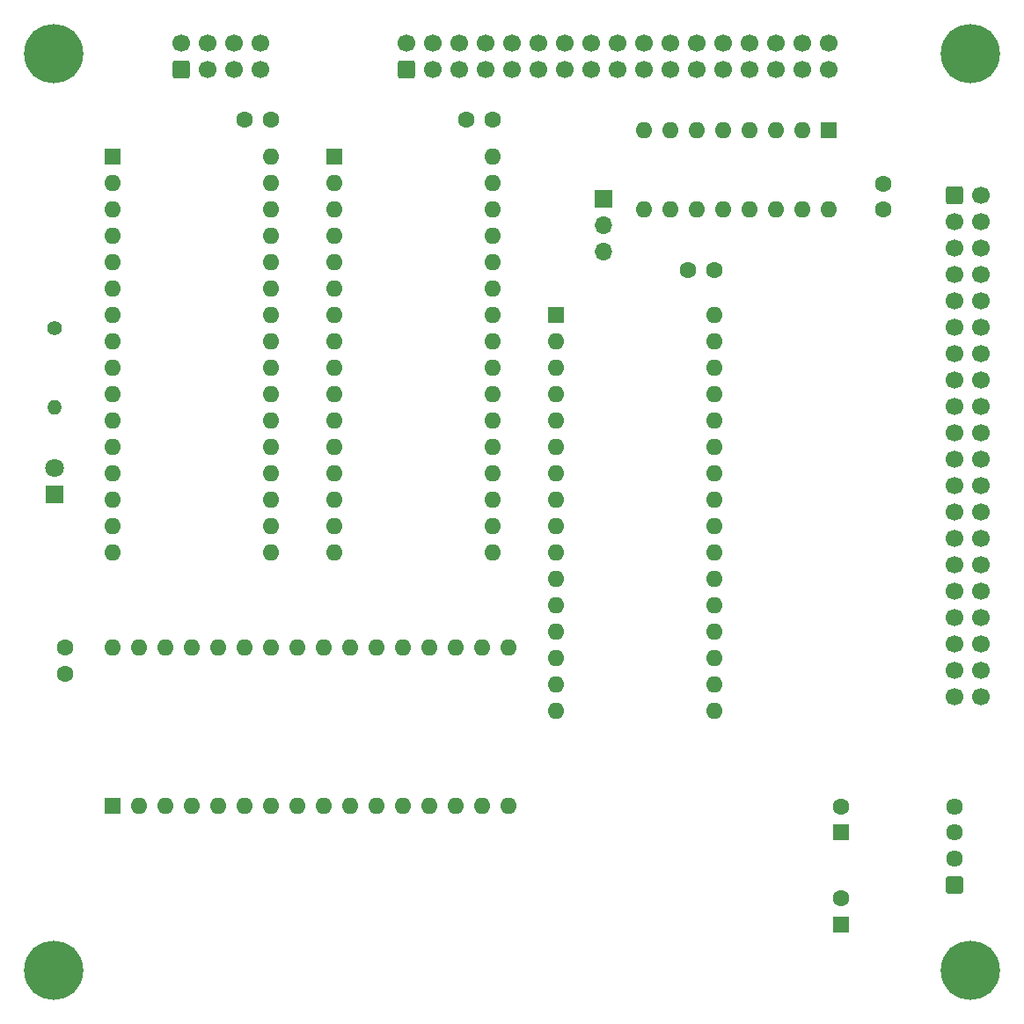
<source format=gbr>
%TF.GenerationSoftware,KiCad,Pcbnew,8.0.2*%
%TF.CreationDate,2024-06-19T15:00:55+02:00*%
%TF.ProjectId,rom_ram_board_v2,726f6d5f-7261-46d5-9f62-6f6172645f76,1.0*%
%TF.SameCoordinates,Original*%
%TF.FileFunction,Soldermask,Top*%
%TF.FilePolarity,Negative*%
%FSLAX46Y46*%
G04 Gerber Fmt 4.6, Leading zero omitted, Abs format (unit mm)*
G04 Created by KiCad (PCBNEW 8.0.2) date 2024-06-19 15:00:55*
%MOMM*%
%LPD*%
G01*
G04 APERTURE LIST*
G04 Aperture macros list*
%AMRoundRect*
0 Rectangle with rounded corners*
0 $1 Rounding radius*
0 $2 $3 $4 $5 $6 $7 $8 $9 X,Y pos of 4 corners*
0 Add a 4 corners polygon primitive as box body*
4,1,4,$2,$3,$4,$5,$6,$7,$8,$9,$2,$3,0*
0 Add four circle primitives for the rounded corners*
1,1,$1+$1,$2,$3*
1,1,$1+$1,$4,$5*
1,1,$1+$1,$6,$7*
1,1,$1+$1,$8,$9*
0 Add four rect primitives between the rounded corners*
20,1,$1+$1,$2,$3,$4,$5,0*
20,1,$1+$1,$4,$5,$6,$7,0*
20,1,$1+$1,$6,$7,$8,$9,0*
20,1,$1+$1,$8,$9,$2,$3,0*%
G04 Aperture macros list end*
%ADD10C,5.700000*%
%ADD11C,1.600000*%
%ADD12R,1.600000X1.600000*%
%ADD13O,1.600000X1.600000*%
%ADD14C,1.400000*%
%ADD15O,1.400000X1.400000*%
%ADD16RoundRect,0.250000X0.600000X-0.600000X0.600000X0.600000X-0.600000X0.600000X-0.600000X-0.600000X0*%
%ADD17C,1.700000*%
%ADD18R,1.800000X1.800000*%
%ADD19C,1.800000*%
%ADD20R,1.700000X1.700000*%
%ADD21O,1.700000X1.700000*%
%ADD22RoundRect,0.250000X-0.600000X-0.600000X0.600000X-0.600000X0.600000X0.600000X-0.600000X0.600000X0*%
%ADD23RoundRect,0.102000X0.704000X-0.704000X0.704000X0.704000X-0.704000X0.704000X-0.704000X-0.704000X0*%
%ADD24C,1.612000*%
G04 APERTURE END LIST*
D10*
%TO.C,H1*%
X28925000Y-28925000D03*
%TD*%
D11*
%TO.C,C3*%
X71120000Y-35306000D03*
X68620000Y-35306000D03*
%TD*%
D12*
%TO.C,U5*%
X77216000Y-54102000D03*
D13*
X77216000Y-56642000D03*
X77216000Y-59182000D03*
X77216000Y-61722000D03*
X77216000Y-64262000D03*
X77216000Y-66802000D03*
X77216000Y-69342000D03*
X77216000Y-71882000D03*
X77216000Y-74422000D03*
X77216000Y-76962000D03*
X77216000Y-79502000D03*
X77216000Y-82042000D03*
X77216000Y-84582000D03*
X77216000Y-87122000D03*
X77216000Y-89662000D03*
X77216000Y-92202000D03*
X92456000Y-92202000D03*
X92456000Y-89662000D03*
X92456000Y-87122000D03*
X92456000Y-84582000D03*
X92456000Y-82042000D03*
X92456000Y-79502000D03*
X92456000Y-76962000D03*
X92456000Y-74422000D03*
X92456000Y-71882000D03*
X92456000Y-69342000D03*
X92456000Y-66802000D03*
X92456000Y-64262000D03*
X92456000Y-61722000D03*
X92456000Y-59182000D03*
X92456000Y-56642000D03*
X92456000Y-54102000D03*
%TD*%
D12*
%TO.C,CP1*%
X104648000Y-112736000D03*
D11*
X104648000Y-110236000D03*
%TD*%
D12*
%TO.C,U3*%
X55880000Y-38862000D03*
D13*
X55880000Y-41402000D03*
X55880000Y-43942000D03*
X55880000Y-46482000D03*
X55880000Y-49022000D03*
X55880000Y-51562000D03*
X55880000Y-54102000D03*
X55880000Y-56642000D03*
X55880000Y-59182000D03*
X55880000Y-61722000D03*
X55880000Y-64262000D03*
X55880000Y-66802000D03*
X55880000Y-69342000D03*
X55880000Y-71882000D03*
X55880000Y-74422000D03*
X55880000Y-76962000D03*
X71120000Y-76962000D03*
X71120000Y-74422000D03*
X71120000Y-71882000D03*
X71120000Y-69342000D03*
X71120000Y-66802000D03*
X71120000Y-64262000D03*
X71120000Y-61722000D03*
X71120000Y-59182000D03*
X71120000Y-56642000D03*
X71120000Y-54102000D03*
X71120000Y-51562000D03*
X71120000Y-49022000D03*
X71120000Y-46482000D03*
X71120000Y-43942000D03*
X71120000Y-41402000D03*
X71120000Y-38862000D03*
%TD*%
D14*
%TO.C,R1*%
X28956000Y-55372000D03*
D15*
X28956000Y-62992000D03*
%TD*%
D16*
%TO.C,J4*%
X41148000Y-30480000D03*
D17*
X41148000Y-27940000D03*
X43688000Y-30480000D03*
X43688000Y-27940000D03*
X46228000Y-30480000D03*
X46228000Y-27940000D03*
X48768000Y-30480000D03*
X48768000Y-27940000D03*
%TD*%
D10*
%TO.C,H2*%
X117125000Y-28925000D03*
%TD*%
D18*
%TO.C,D1*%
X28956000Y-71374000D03*
D19*
X28956000Y-68834000D03*
%TD*%
D20*
%TO.C,J5*%
X81788000Y-42941000D03*
D21*
X81788000Y-45481000D03*
X81788000Y-48021000D03*
%TD*%
D22*
%TO.C,J1*%
X115570000Y-42545000D03*
D17*
X118110000Y-42545000D03*
X115570000Y-45085000D03*
X118110000Y-45085000D03*
X115570000Y-47625000D03*
X118110000Y-47625000D03*
X115570000Y-50165000D03*
X118110000Y-50165000D03*
X115570000Y-52705000D03*
X118110000Y-52705000D03*
X115570000Y-55245000D03*
X118110000Y-55245000D03*
X115570000Y-57785000D03*
X118110000Y-57785000D03*
X115570000Y-60325000D03*
X118110000Y-60325000D03*
X115570000Y-62865000D03*
X118110000Y-62865000D03*
X115570000Y-65405000D03*
X118110000Y-65405000D03*
X115570000Y-67945000D03*
X118110000Y-67945000D03*
X115570000Y-70485000D03*
X118110000Y-70485000D03*
X115570000Y-73025000D03*
X118110000Y-73025000D03*
X115570000Y-75565000D03*
X118110000Y-75565000D03*
X115570000Y-78105000D03*
X118110000Y-78105000D03*
X115570000Y-80645000D03*
X118110000Y-80645000D03*
X115570000Y-83185000D03*
X118110000Y-83185000D03*
X115570000Y-85725000D03*
X118110000Y-85725000D03*
X115570000Y-88265000D03*
X118110000Y-88265000D03*
X115570000Y-90805000D03*
X118110000Y-90805000D03*
%TD*%
D11*
%TO.C,C5*%
X92456000Y-49784000D03*
X89956000Y-49784000D03*
%TD*%
D23*
%TO.C,J3*%
X115570000Y-108906000D03*
D24*
X115570000Y-106406000D03*
X115570000Y-103906000D03*
X115570000Y-101406000D03*
%TD*%
D12*
%TO.C,U1*%
X103505000Y-36332000D03*
D13*
X100965000Y-36332000D03*
X98425000Y-36332000D03*
X95885000Y-36332000D03*
X93345000Y-36332000D03*
X90805000Y-36332000D03*
X88265000Y-36332000D03*
X85725000Y-36332000D03*
X85725000Y-43952000D03*
X88265000Y-43952000D03*
X90805000Y-43952000D03*
X93345000Y-43952000D03*
X95885000Y-43952000D03*
X98425000Y-43952000D03*
X100965000Y-43952000D03*
X103505000Y-43952000D03*
%TD*%
D11*
%TO.C,C4*%
X29972000Y-86111000D03*
X29972000Y-88611000D03*
%TD*%
%TO.C,C1*%
X108712000Y-43952000D03*
X108712000Y-41452000D03*
%TD*%
%TO.C,C2*%
X49784000Y-35306000D03*
X47284000Y-35306000D03*
%TD*%
D12*
%TO.C,CP2*%
X104648000Y-103886000D03*
D11*
X104648000Y-101386000D03*
%TD*%
D12*
%TO.C,U2*%
X34544000Y-38862000D03*
D13*
X34544000Y-41402000D03*
X34544000Y-43942000D03*
X34544000Y-46482000D03*
X34544000Y-49022000D03*
X34544000Y-51562000D03*
X34544000Y-54102000D03*
X34544000Y-56642000D03*
X34544000Y-59182000D03*
X34544000Y-61722000D03*
X34544000Y-64262000D03*
X34544000Y-66802000D03*
X34544000Y-69342000D03*
X34544000Y-71882000D03*
X34544000Y-74422000D03*
X34544000Y-76962000D03*
X49784000Y-76962000D03*
X49784000Y-74422000D03*
X49784000Y-71882000D03*
X49784000Y-69342000D03*
X49784000Y-66802000D03*
X49784000Y-64262000D03*
X49784000Y-61722000D03*
X49784000Y-59182000D03*
X49784000Y-56642000D03*
X49784000Y-54102000D03*
X49784000Y-51562000D03*
X49784000Y-49022000D03*
X49784000Y-46482000D03*
X49784000Y-43942000D03*
X49784000Y-41402000D03*
X49784000Y-38862000D03*
%TD*%
D10*
%TO.C,H4*%
X28925000Y-117125000D03*
%TD*%
D16*
%TO.C,J2*%
X62865000Y-30480000D03*
D17*
X62865000Y-27940000D03*
X65405000Y-30480000D03*
X65405000Y-27940000D03*
X67945000Y-30480000D03*
X67945000Y-27940000D03*
X70485000Y-30480000D03*
X70485000Y-27940000D03*
X73025000Y-30480000D03*
X73025000Y-27940000D03*
X75565000Y-30480000D03*
X75565000Y-27940000D03*
X78105000Y-30480000D03*
X78105000Y-27940000D03*
X80645000Y-30480000D03*
X80645000Y-27940000D03*
X83185000Y-30480000D03*
X83185000Y-27940000D03*
X85725000Y-30480000D03*
X85725000Y-27940000D03*
X88265000Y-30480000D03*
X88265000Y-27940000D03*
X90805000Y-30480000D03*
X90805000Y-27940000D03*
X93345000Y-30480000D03*
X93345000Y-27940000D03*
X95885000Y-30480000D03*
X95885000Y-27940000D03*
X98425000Y-30480000D03*
X98425000Y-27940000D03*
X100965000Y-30480000D03*
X100965000Y-27940000D03*
X103505000Y-30480000D03*
X103505000Y-27940000D03*
%TD*%
D12*
%TO.C,U4*%
X34544000Y-101351000D03*
D13*
X37084000Y-101351000D03*
X39624000Y-101351000D03*
X42164000Y-101351000D03*
X44704000Y-101351000D03*
X47244000Y-101351000D03*
X49784000Y-101351000D03*
X52324000Y-101351000D03*
X54864000Y-101351000D03*
X57404000Y-101351000D03*
X59944000Y-101351000D03*
X62484000Y-101351000D03*
X65024000Y-101351000D03*
X67564000Y-101351000D03*
X70104000Y-101351000D03*
X72644000Y-101351000D03*
X72644000Y-86111000D03*
X70104000Y-86111000D03*
X67564000Y-86111000D03*
X65024000Y-86111000D03*
X62484000Y-86111000D03*
X59944000Y-86111000D03*
X57404000Y-86111000D03*
X54864000Y-86111000D03*
X52324000Y-86111000D03*
X49784000Y-86111000D03*
X47244000Y-86111000D03*
X44704000Y-86111000D03*
X42164000Y-86111000D03*
X39624000Y-86111000D03*
X37084000Y-86111000D03*
X34544000Y-86111000D03*
%TD*%
D10*
%TO.C,H3*%
X117125000Y-117125000D03*
%TD*%
M02*

</source>
